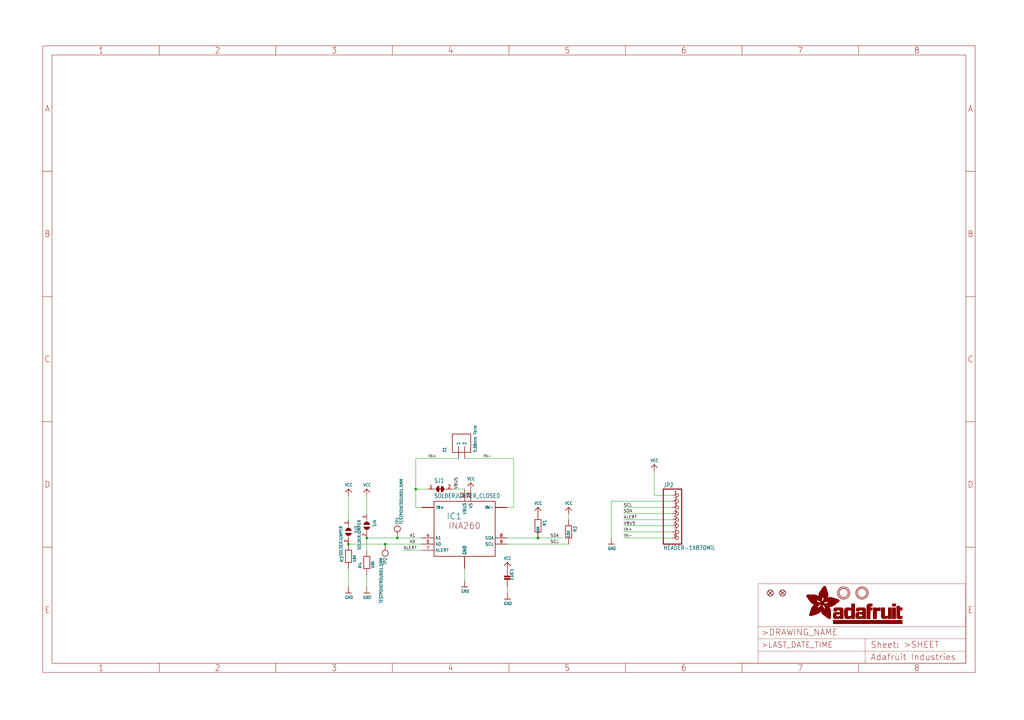
<source format=kicad_sch>
(kicad_sch (version 20211123) (generator eeschema)
  (paper "User" 425.45 299.161)
  (lib_symbols
    (symbol "schematicEagle-eagle-import:CAP_CERAMIC0603_NO"
      (property "Reference" "C" (at -2.29 1.25 90))
      (property "Value" "CAP_CERAMIC0603_NO" (at 2.3 1.25 90))
      (symbol "CAP_CERAMIC0603_NO_1_0"
        (pin passive line (at 0 5.08 270) (length 2.54) (name "1") (number "1"))
        (pin passive line (at 0 -2.54 90) (length 2.54) (name "2") (number "2"))
      )
    )
    (symbol "schematicEagle-eagle-import:FRAME_A3_ADAFRUIT"
      (symbol "FRAME_A3_ADAFRUIT_0_0"
        (text "1" (at 24.2094 1.905 0) (effects (font (size 2.54 2.286))))
        (text "1" (at 24.2094 258.445 0) (effects (font (size 2.54 2.286))))
        (text "2" (at 72.6281 1.905 0) (effects (font (size 2.54 2.286))))
        (text "2" (at 72.6281 258.445 0) (effects (font (size 2.54 2.286))))
        (text "3" (at 121.0469 1.905 0) (effects (font (size 2.54 2.286))))
        (text "3" (at 121.0469 258.445 0) (effects (font (size 2.54 2.286))))
        (text "4" (at 169.4656 1.905 0) (effects (font (size 2.54 2.286))))
        (text "4" (at 169.4656 258.445 0) (effects (font (size 2.54 2.286))))
        (text "5" (at 217.8844 1.905 0) (effects (font (size 2.54 2.286))))
        (text "5" (at 217.8844 258.445 0) (effects (font (size 2.54 2.286))))
        (text "6" (at 266.3031 1.905 0) (effects (font (size 2.54 2.286))))
        (text "6" (at 266.3031 258.445 0) (effects (font (size 2.54 2.286))))
        (text "7" (at 314.7219 1.905 0) (effects (font (size 2.54 2.286))))
        (text "7" (at 314.7219 258.445 0) (effects (font (size 2.54 2.286))))
        (text "8" (at 363.1406 1.905 0) (effects (font (size 2.54 2.286))))
        (text "8" (at 363.1406 258.445 0) (effects (font (size 2.54 2.286))))
        (text "A" (at 1.905 234.315 0) (effects (font (size 2.54 2.286))))
        (text "A" (at 385.445 234.315 0) (effects (font (size 2.54 2.286))))
        (text "B" (at 1.905 182.245 0) (effects (font (size 2.54 2.286))))
        (text "B" (at 385.445 182.245 0) (effects (font (size 2.54 2.286))))
        (text "C" (at 1.905 130.175 0) (effects (font (size 2.54 2.286))))
        (text "C" (at 385.445 130.175 0) (effects (font (size 2.54 2.286))))
        (text "D" (at 1.905 78.105 0) (effects (font (size 2.54 2.286))))
        (text "D" (at 385.445 78.105 0) (effects (font (size 2.54 2.286))))
        (text "E" (at 1.905 26.035 0) (effects (font (size 2.54 2.286))))
        (text "E" (at 385.445 26.035 0) (effects (font (size 2.54 2.286))))
      )
      (symbol "FRAME_A3_ADAFRUIT_1_0"
        (text ">DRAWING_NAME" (at 298.45 15.24 0) (effects (font (size 2.54 2.54)) (justify left bottom)))
        (text ">LAST_DATE_TIME" (at 298.45 10.16 0) (effects (font (size 2.286 2.286)) (justify left bottom)))
        (text ">SHEET" (at 357.505 10.16 0) (effects (font (size 2.54 2.54)) (justify left bottom)))
        (text "Adafruit Industries" (at 343.916 4.953 0) (effects (font (size 2.54 2.54)) (justify left bottom)))
        (text "Sheet:" (at 343.916 10.033 0) (effects (font (size 2.54 2.54)) (justify left bottom)))
      )
    )
    (symbol "schematicEagle-eagle-import:GND" (power)
      (property "Value" "GND" (at -1.524 -2.54 0))
      (symbol "GND_1_0"
        (pin power_in line (at 0 2.54 270) (length 2.54) (name "GND") (number "1"))
      )
    )
    (symbol "schematicEagle-eagle-import:HEADER-1X870MIL"
      (property "Reference" "JP" (at -6.35 13.335 0))
      (property "Value" "HEADER-1X870MIL" (at -6.35 -12.7 0))
      (symbol "HEADER-1X870MIL_1_0"
        (pin passive inverted (at -2.54 10.16 0) (length 2.54) (name "1") (number "1"))
        (pin passive inverted (at -2.54 7.62 0) (length 2.54) (name "2") (number "2"))
        (pin passive inverted (at -2.54 5.08 0) (length 2.54) (name "3") (number "3"))
        (pin passive inverted (at -2.54 2.54 0) (length 2.54) (name "4") (number "4"))
        (pin passive inverted (at -2.54 0 0) (length 2.54) (name "5") (number "5"))
        (pin passive inverted (at -2.54 -2.54 0) (length 2.54) (name "6") (number "6"))
        (pin passive inverted (at -2.54 -5.08 0) (length 2.54) (name "7") (number "7"))
        (pin passive inverted (at -2.54 -7.62 0) (length 2.54) (name "8") (number "8"))
      )
    )
    (symbol "schematicEagle-eagle-import:INA260"
      (property "Reference" "IC" (at -12.7 12.7 0))
      (symbol "INA260_1_0"
        (text "INA260" (at 0 0 0) (effects (font (size 2.54 2.54))))
        (pin bidirectional line (at -17.78 7.62 0) (length 5.08) (name "IN+") (number "1"))
        (pin power_in line (at 2.54 15.24 270) (length 5.08) (name "VS") (number "10"))
        (pin power_in line (at 0 -17.78 90) (length 5.08) (name "GND") (number "11"))
        (pin power_in line (at 0 15.24 270) (length 5.08) (name "VBUS") (number "12"))
        (pin power_in line (at 0 -17.78 90) (length 5.08) (name "GND") (number "13"))
        (pin bidirectional line (at 17.78 7.62 180) (length 5.08) (name "IN-") (number "14"))
        (pin bidirectional line (at 17.78 7.62 180) (length 5.08) (name "IN-") (number "15"))
        (pin bidirectional line (at 17.78 7.62 180) (length 5.08) (name "IN-") (number "16"))
        (pin bidirectional line (at -17.78 7.62 0) (length 5.08) (name "IN+") (number "2"))
        (pin bidirectional line (at -17.78 7.62 0) (length 5.08) (name "IN+") (number "3"))
        (pin input line (at -17.78 -5.08 0) (length 5.08) (name "A1") (number "4"))
        (pin input line (at -17.78 -7.62 0) (length 5.08) (name "A0") (number "5"))
        (pin power_in line (at 0 -17.78 90) (length 5.08) (name "GND") (number "6"))
        (pin output line (at -17.78 -10.16 0) (length 5.08) (name "ALERT") (number "7"))
        (pin bidirectional line (at 17.78 -5.08 180) (length 5.08) (name "SDA") (number "8"))
        (pin bidirectional line (at 17.78 -7.62 180) (length 5.08) (name "SCL") (number "9"))
      )
    )
    (symbol "schematicEagle-eagle-import:MICROBUILDER_FIDUCIAL{dblquote}{dblquote}")
    (symbol "schematicEagle-eagle-import:MOUNTINGHOLE2.5")
    (symbol "schematicEagle-eagle-import:RESISTOR_0603_NOOUT"
      (property "Reference" "R" (at 0 2.54 0))
      (property "Value" "RESISTOR_0603_NOOUT" (at 0 0 0))
      (symbol "RESISTOR_0603_NOOUT_1_0"
        (pin passive line (at -5.08 0 0) (length 2.54) (name "1") (number "1"))
        (pin passive line (at 5.08 0 180) (length 2.54) (name "2") (number "2"))
      )
    )
    (symbol "schematicEagle-eagle-import:SOLDERJUMPER"
      (property "Reference" "SJ" (at -2.54 2.54 0))
      (property "Value" "SOLDERJUMPER" (at -2.54 -3.81 0))
      (symbol "SOLDERJUMPER_1_0"
        (pin passive line (at -5.08 0 0) (length 2.54) (name "1") (number "1"))
        (pin passive line (at 5.08 0 180) (length 2.54) (name "2") (number "2"))
      )
    )
    (symbol "schematicEagle-eagle-import:SOLDERJUMPER_CLOSED"
      (property "Reference" "SJ" (at -2.54 2.54 0))
      (property "Value" "SOLDERJUMPER_CLOSED" (at -2.54 -3.81 0))
      (symbol "SOLDERJUMPER_CLOSED_1_0"
        (pin passive line (at -5.08 0 0) (length 2.54) (name "1") (number "1"))
        (pin passive line (at 5.08 0 180) (length 2.54) (name "2") (number "2"))
      )
    )
    (symbol "schematicEagle-eagle-import:TERMBLOCK_1X2_5.08MM"
      (property "Reference" "X" (at -2.54 7.62 0))
      (property "Value" "TERMBLOCK_1X2_5.08MM" (at -2.54 -5.08 0))
      (symbol "TERMBLOCK_1X2_5.08MM_1_0"
        (pin passive line (at -5.08 2.54 0) (length 5.08) (name "1") (number "P$3"))
        (pin passive line (at -5.08 0 0) (length 5.08) (name "2") (number "P$4"))
      )
    )
    (symbol "schematicEagle-eagle-import:TESTPOINTROUND1.5MM"
      (property "Reference" "TP" (at 0 5.588 90))
      (property "Value" "TESTPOINTROUND1.5MM" (at 1.651 5.588 90))
      (symbol "TESTPOINTROUND1.5MM_1_0"
        (pin bidirectional line (at 0 0 90) (length 2.54) (name "P$1") (number "P$1"))
      )
    )
    (symbol "schematicEagle-eagle-import:VCC" (power)
      (property "Value" "VCC" (at -1.524 1.016 0))
      (symbol "VCC_1_0"
        (pin power_in line (at 0 -2.54 90) (length 2.54) (name "VCC") (number "1"))
      )
    )
  )
  (junction (at 152.4 223.52))
  (junction (at 223.52 223.52))
  (junction (at 165.1 223.52))
  (junction (at 160.02 226.06))
  (junction (at 144.78 226.06))
  (junction (at 172.72 203.2))
  (wire (pts (xy 279.4 215.9) (xy 259.08 215.9)))
  (wire (pts (xy 223.52 223.52) (xy 233.68 223.52)))
  (wire (pts (xy 279.4 223.52) (xy 259.08 223.52)))
  (wire (pts (xy 152.4 223.52) (xy 165.1 223.52)))
  (wire (pts (xy 236.22 215.9) (xy 236.22 213.36)))
  (wire (pts (xy 152.4 205.74) (xy 152.4 213.36)))
  (wire (pts (xy 152.4 228.6) (xy 152.4 223.52)))
  (wire (pts (xy 210.82 223.52) (xy 223.52 223.52)))
  (wire (pts (xy 271.78 205.74) (xy 271.78 195.58)))
  (wire (pts (xy 172.72 210.82) (xy 172.72 203.2)))
  (wire (pts (xy 144.78 243.84) (xy 144.78 236.22)))
  (wire (pts (xy 193.04 190.5) (xy 213.36 190.5)))
  (wire (pts (xy 193.04 203.2) (xy 187.96 203.2)))
  (wire (pts (xy 279.4 218.44) (xy 259.08 218.44)))
  (wire (pts (xy 279.4 210.82) (xy 259.08 210.82)))
  (wire (pts (xy 279.4 205.74) (xy 271.78 205.74)))
  (wire (pts (xy 175.26 226.06) (xy 160.02 226.06)))
  (wire (pts (xy 165.1 223.52) (xy 175.26 223.52)))
  (wire (pts (xy 144.78 205.74) (xy 144.78 215.9)))
  (wire (pts (xy 210.82 210.82) (xy 213.36 210.82)))
  (wire (pts (xy 175.26 228.6) (xy 167.64 228.6)))
  (wire (pts (xy 193.04 236.22) (xy 193.04 241.3)))
  (wire (pts (xy 175.26 210.82) (xy 172.72 210.82)))
  (wire (pts (xy 210.82 226.06) (xy 236.22 226.06)))
  (wire (pts (xy 279.4 208.28) (xy 254 208.28)))
  (wire (pts (xy 254 208.28) (xy 254 223.52)))
  (wire (pts (xy 190.5 190.5) (xy 172.72 190.5)))
  (wire (pts (xy 177.8 203.2) (xy 172.72 203.2)))
  (wire (pts (xy 160.02 226.06) (xy 144.78 226.06)))
  (wire (pts (xy 210.82 243.84) (xy 210.82 246.38)))
  (wire (pts (xy 152.4 238.76) (xy 152.4 243.84)))
  (wire (pts (xy 172.72 203.2) (xy 172.72 190.5)))
  (wire (pts (xy 279.4 213.36) (xy 259.08 213.36)))
  (wire (pts (xy 213.36 210.82) (xy 213.36 190.5)))
  (wire (pts (xy 279.4 220.98) (xy 259.08 220.98)))
  (label "VBUS" (at 259.08 218.44 0) (effects (font (size 1.2446 1.2446))))
  (label "IN+" (at 177.8 190.5 0) (effects (font (size 1.2446 1.2446))))
  (label "VBUS" (at 190.5 203.2 90) (effects (font (size 1.2446 1.2446))))
  (label "ALERT" (at 167.64 228.6 0) (effects (font (size 1.2446 1.2446))))
  (label "SDA" (at 228.6 223.52 0) (effects (font (size 1.2446 1.2446))))
  (label "IN-" (at 200.66 190.5 0) (effects (font (size 1.2446 1.2446))))
  (label "A1" (at 170.18 223.52 0) (effects (font (size 1.2446 1.2446))))
  (label "SCL" (at 259.08 210.82 0) (effects (font (size 1.2446 1.2446))))
  (label "IN-" (at 259.08 223.52 0) (effects (font (size 1.2446 1.2446))))
  (label "A0" (at 170.18 226.06 0) (effects (font (size 1.2446 1.2446))))
  (label "IN+" (at 259.08 220.98 0) (effects (font (size 1.2446 1.2446))))
  (label "SDA" (at 259.08 213.36 0) (effects (font (size 1.2446 1.2446))))
  (label "SCL" (at 228.6 226.06 0) (effects (font (size 1.2446 1.2446))))
  (label "ALERT" (at 259.08 215.9 0) (effects (font (size 1.2446 1.2446))))
  (symbol (lib_id "schematicEagle-eagle-import:TESTPOINTROUND1.5MM") (at 165.1 223.52 0) (unit 1)
    (property "Reference" "TP1" (at 165.1 217.932 90) (effects (font (size 1.27 1.0795)) (justify left)))
    (property "Value" "TESTPOINTROUND1.5MM" (at 166.751 217.932 90) (effects (font (size 1.27 1.0795)) (justify left)))
    (property "Footprint" "schematicEagle:TESTPOINT_ROUND_1.5MM" (effects hide))
  )
  (symbol (lib_id "schematicEagle-eagle-import:HEADER-1X870MIL") (at 281.94 215.9 0) (unit 1)
    (property "Reference" "JP2" (at 275.59 202.565 0) (effects (font (size 1.778 1.5113)) (justify left bottom)))
    (property "Value" "HEADER-1X870MIL" (at 275.59 228.6 0) (effects (font (size 1.778 1.5113)) (justify left bottom)))
    (property "Footprint" "schematicEagle:1X08_ROUND_70" (effects hide))
  )
  (symbol (lib_id "schematicEagle-eagle-import:RESISTOR_0603_NOOUT") (at 152.4 233.68 90) (unit 1)
    (property "Reference" "R4" (at 150.368 236.22 0) (effects (justify left bottom)))
    (property "Value" "10K" (at 155.575 236.22 0) (effects (font (size 1.016 1.016) bold) (justify left bottom)))
    (property "Footprint" "schematicEagle:0603-NO" (effects hide))
  )
  (symbol (lib_id "schematicEagle-eagle-import:FRAME_A3_ADAFRUIT") (at 17.78 279.4 0) (unit 1)
    (property "Reference" "#U$10" (effects hide))
    (property "Value" "FRAME_A3_ADAFRUIT" (effects hide))
    (property "Footprint" "schematicEagle:" (effects hide))
  )
  (symbol (lib_id "schematicEagle-eagle-import:CAP_CERAMIC0603_NO") (at 210.82 241.3 0) (unit 1)
    (property "Reference" "C1" (at 213.36 238.76 90) (effects (justify left bottom)))
    (property "Value" "1uF" (at 213.36 241.3 90) (effects (justify left bottom)))
    (property "Footprint" "schematicEagle:0603-NO" (effects hide))
  )
  (symbol (lib_id "schematicEagle-eagle-import:MICROBUILDER_FIDUCIAL{dblquote}{dblquote}") (at 320.04 246.38 0) (unit 1)
    (property "Reference" "FID3" (effects hide))
    (property "Value" "MICROBUILDER_FIDUCIAL{dblquote}{dblquote}" (effects hide))
    (property "Footprint" "schematicEagle:MICROBUILDER_FIDUCIAL_1MM" (effects hide))
  )
  (symbol (lib_id "schematicEagle-eagle-import:GND") (at 210.82 248.92 0) (unit 1)
    (property "Reference" "#U$4" (effects hide))
    (property "Value" "GND" (at 209.296 251.46 0) (effects (font (size 1.27 1.0795)) (justify left bottom)))
    (property "Footprint" "schematicEagle:" (effects hide))
  )
  (symbol (lib_id "schematicEagle-eagle-import:GND") (at 144.78 246.38 0) (unit 1)
    (property "Reference" "#U$2" (effects hide))
    (property "Value" "GND" (at 143.256 248.92 0) (effects (font (size 1.27 1.0795)) (justify left bottom)))
    (property "Footprint" "schematicEagle:" (effects hide))
  )
  (symbol (lib_id "schematicEagle-eagle-import:GND") (at 254 226.06 0) (unit 1)
    (property "Reference" "#U$9" (effects hide))
    (property "Value" "GND" (at 252.476 228.6 0) (effects (font (size 1.27 1.0795)) (justify left bottom)))
    (property "Footprint" "schematicEagle:" (effects hide))
  )
  (symbol (lib_id "schematicEagle-eagle-import:VCC") (at 144.78 203.2 0) (unit 1)
    (property "Reference" "#P+2" (effects hide))
    (property "Value" "VCC" (at 143.256 202.184 0) (effects (font (size 1.27 1.0795)) (justify left bottom)))
    (property "Footprint" "schematicEagle:" (effects hide))
  )
  (symbol (lib_id "schematicEagle-eagle-import:VCC") (at 236.22 210.82 0) (unit 1)
    (property "Reference" "#P+7" (effects hide))
    (property "Value" "VCC" (at 234.696 209.804 0) (effects (font (size 1.27 1.0795)) (justify left bottom)))
    (property "Footprint" "schematicEagle:" (effects hide))
  )
  (symbol (lib_id "schematicEagle-eagle-import:VCC") (at 210.82 233.68 0) (unit 1)
    (property "Reference" "#P+8" (effects hide))
    (property "Value" "VCC" (at 209.296 232.664 0) (effects (font (size 1.27 1.0795)) (justify left bottom)))
    (property "Footprint" "schematicEagle:" (effects hide))
  )
  (symbol (lib_id "schematicEagle-eagle-import:SOLDERJUMPER") (at 144.78 220.98 270) (unit 1)
    (property "Reference" "SJ3" (at 147.32 218.44 0) (effects (font (size 1.27 1.0795)) (justify left bottom)))
    (property "Value" "SOLDERJUMPER" (at 140.97 218.44 0) (effects (font (size 1.27 1.0795)) (justify left bottom)))
    (property "Footprint" "schematicEagle:SOLDERJUMPER_ARROW_NOPASTE" (effects hide))
  )
  (symbol (lib_id "schematicEagle-eagle-import:RESISTOR_0603_NOOUT") (at 223.52 218.44 270) (unit 1)
    (property "Reference" "R1" (at 225.552 215.9 0) (effects (justify left bottom)))
    (property "Value" "10K" (at 222.885 218.44 0) (effects (font (size 1.016 1.016) bold) (justify left bottom)))
    (property "Footprint" "schematicEagle:0603-NO" (effects hide))
  )
  (symbol (lib_id "schematicEagle-eagle-import:TESTPOINTROUND1.5MM") (at 160.02 226.06 180) (unit 1)
    (property "Reference" "TP2" (at 160.02 231.648 90) (effects (font (size 1.27 1.0795)) (justify left)))
    (property "Value" "TESTPOINTROUND1.5MM" (at 158.369 231.648 90) (effects (font (size 1.27 1.0795)) (justify left)))
    (property "Footprint" "schematicEagle:TESTPOINT_ROUND_1.5MM" (effects hide))
  )
  (symbol (lib_id "schematicEagle-eagle-import:INA260") (at 193.04 218.44 0) (unit 1)
    (property "Reference" "IC1" (at 185.42 215.9 0) (effects (font (size 2.54 2.54)) (justify left bottom)))
    (property "Value" "INA260" (effects hide))
    (property "Footprint" "schematicEagle:TSSOP16" (effects hide))
  )
  (symbol (lib_id "schematicEagle-eagle-import:VCC") (at 195.58 200.66 0) (unit 1)
    (property "Reference" "#P+5" (effects hide))
    (property "Value" "VCC" (at 194.056 199.644 0) (effects (font (size 1.27 1.0795)) (justify left bottom)))
    (property "Footprint" "schematicEagle:" (effects hide))
  )
  (symbol (lib_id "schematicEagle-eagle-import:RESISTOR_0603_NOOUT") (at 236.22 220.98 270) (unit 1)
    (property "Reference" "R2" (at 238.252 218.44 0) (effects (justify left bottom)))
    (property "Value" "10K" (at 236.855 223.52 0) (effects (font (size 1.016 1.016) bold) (justify right top)))
    (property "Footprint" "schematicEagle:0603-NO" (effects hide))
  )
  (symbol (lib_id "schematicEagle-eagle-import:VCC") (at 271.78 193.04 0) (unit 1)
    (property "Reference" "#P+4" (effects hide))
    (property "Value" "VCC" (at 270.256 192.024 0) (effects (font (size 1.27 1.0795)) (justify left bottom)))
    (property "Footprint" "schematicEagle:" (effects hide))
  )
  (symbol (lib_id "schematicEagle-eagle-import:VCC") (at 152.4 203.2 0) (unit 1)
    (property "Reference" "#P+3" (effects hide))
    (property "Value" "VCC" (at 150.876 202.184 0) (effects (font (size 1.27 1.0795)) (justify left bottom)))
    (property "Footprint" "schematicEagle:" (effects hide))
  )
  (symbol (lib_id "schematicEagle-eagle-import:GND") (at 152.4 246.38 0) (unit 1)
    (property "Reference" "#U$5" (effects hide))
    (property "Value" "GND" (at 150.876 248.92 0) (effects (font (size 1.27 1.0795)) (justify left bottom)))
    (property "Footprint" "schematicEagle:" (effects hide))
  )
  (symbol (lib_id "schematicEagle-eagle-import:TERMBLOCK_1X2_5.08MM") (at 193.04 185.42 90) (unit 1)
    (property "Reference" "X1" (at 185.42 187.96 0) (effects (font (size 1.27 1.0795)) (justify left bottom)))
    (property "Value" "5.08mm Term" (at 198.12 187.96 0) (effects (font (size 1.27 1.0795)) (justify left bottom)))
    (property "Footprint" "schematicEagle:TERMBLOCK_508_1X2" (effects hide))
  )
  (symbol (lib_id "schematicEagle-eagle-import:MOUNTINGHOLE2.5") (at 350.52 246.38 0) (unit 1)
    (property "Reference" "U$7" (effects hide))
    (property "Value" "MOUNTINGHOLE2.5" (effects hide))
    (property "Footprint" "schematicEagle:MOUNTINGHOLE_2.5_PLATED" (effects hide))
  )
  (symbol (lib_id "schematicEagle-eagle-import:SOLDERJUMPER_CLOSED") (at 182.88 203.2 0) (unit 1)
    (property "Reference" "SJ1" (at 180.34 200.66 0) (effects (font (size 1.778 1.5113)) (justify left bottom)))
    (property "Value" "SOLDERJUMPER_CLOSED" (at 180.34 207.01 0) (effects (font (size 1.778 1.5113)) (justify left bottom)))
    (property "Footprint" "schematicEagle:SOLDERJUMPER_CLOSEDWIRE" (effects hide))
  )
  (symbol (lib_id "schematicEagle-eagle-import:VCC") (at 223.52 210.82 0) (unit 1)
    (property "Reference" "#P+6" (effects hide))
    (property "Value" "VCC" (at 221.996 209.804 0) (effects (font (size 1.27 1.0795)) (justify left bottom)))
    (property "Footprint" "schematicEagle:" (effects hide))
  )
  (symbol (lib_id "schematicEagle-eagle-import:MOUNTINGHOLE2.5") (at 358.14 246.38 0) (unit 1)
    (property "Reference" "U$8" (effects hide))
    (property "Value" "MOUNTINGHOLE2.5" (effects hide))
    (property "Footprint" "schematicEagle:MOUNTINGHOLE_2.5_PLATED" (effects hide))
  )
  (symbol (lib_id "schematicEagle-eagle-import:SOLDERJUMPER") (at 152.4 218.44 270) (unit 1)
    (property "Reference" "SJ4" (at 154.94 215.9 0) (effects (font (size 1.27 1.0795)) (justify left bottom)))
    (property "Value" "SOLDERJUMPER" (at 148.59 215.9 0) (effects (font (size 1.27 1.0795)) (justify left bottom)))
    (property "Footprint" "schematicEagle:SOLDERJUMPER_ARROW_NOPASTE" (effects hide))
  )
  (symbol (lib_id "schematicEagle-eagle-import:GND") (at 193.04 243.84 0) (unit 1)
    (property "Reference" "#U$3" (effects hide))
    (property "Value" "GND" (at 191.516 246.38 0) (effects (font (size 1.27 1.0795)) (justify left bottom)))
    (property "Footprint" "schematicEagle:" (effects hide))
  )
  (symbol (lib_id "schematicEagle-eagle-import:RESISTOR_0603_NOOUT") (at 144.78 231.14 90) (unit 1)
    (property "Reference" "R3" (at 142.748 233.68 0) (effects (justify left bottom)))
    (property "Value" "10K" (at 147.955 233.68 0) (effects (font (size 1.016 1.016) bold) (justify left bottom)))
    (property "Footprint" "schematicEagle:0603-NO" (effects hide))
  )
  (symbol (lib_id "schematicEagle-eagle-import:MICROBUILDER_FIDUCIAL{dblquote}{dblquote}") (at 325.12 246.38 0) (unit 1)
    (property "Reference" "FID4" (effects hide))
    (property "Value" "MICROBUILDER_FIDUCIAL{dblquote}{dblquote}" (effects hide))
    (property "Footprint" "schematicEagle:MICROBUILDER_FIDUCIAL_1MM" (effects hide))
  )
)
</source>
